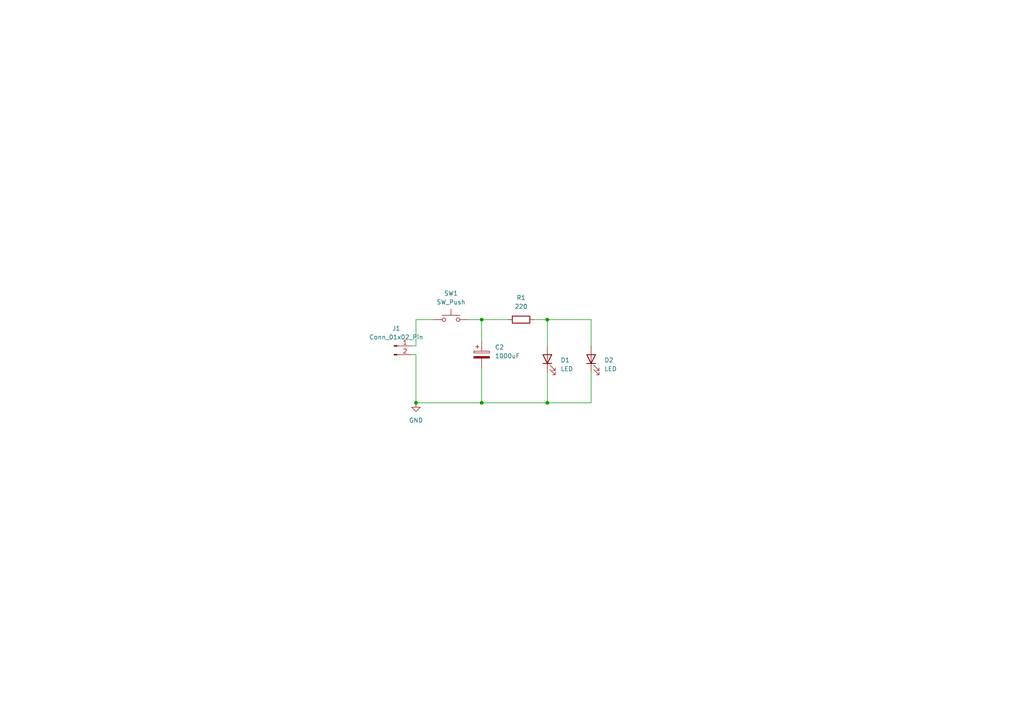
<source format=kicad_sch>
(kicad_sch
	(version 20250114)
	(generator "eeschema")
	(generator_version "9.0")
	(uuid "f9106baf-c339-45bb-b906-09fe24835348")
	(paper "A4")
	(title_block
		(title "TP1 Circuit RC simple led")
		(rev "1.0.0")
		(company "Jules Haag")
	)
	(lib_symbols
		(symbol "Connector:Conn_01x02_Pin"
			(pin_names
				(offset 1.016)
				(hide yes)
			)
			(exclude_from_sim no)
			(in_bom yes)
			(on_board yes)
			(property "Reference" "J"
				(at 0 2.54 0)
				(effects
					(font
						(size 1.27 1.27)
					)
				)
			)
			(property "Value" "Conn_01x02_Pin"
				(at 0 -5.08 0)
				(effects
					(font
						(size 1.27 1.27)
					)
				)
			)
			(property "Footprint" ""
				(at 0 0 0)
				(effects
					(font
						(size 1.27 1.27)
					)
					(hide yes)
				)
			)
			(property "Datasheet" "~"
				(at 0 0 0)
				(effects
					(font
						(size 1.27 1.27)
					)
					(hide yes)
				)
			)
			(property "Description" "Generic connector, single row, 01x02, script generated"
				(at 0 0 0)
				(effects
					(font
						(size 1.27 1.27)
					)
					(hide yes)
				)
			)
			(property "ki_locked" ""
				(at 0 0 0)
				(effects
					(font
						(size 1.27 1.27)
					)
				)
			)
			(property "ki_keywords" "connector"
				(at 0 0 0)
				(effects
					(font
						(size 1.27 1.27)
					)
					(hide yes)
				)
			)
			(property "ki_fp_filters" "Connector*:*_1x??_*"
				(at 0 0 0)
				(effects
					(font
						(size 1.27 1.27)
					)
					(hide yes)
				)
			)
			(symbol "Conn_01x02_Pin_1_1"
				(rectangle
					(start 0.8636 0.127)
					(end 0 -0.127)
					(stroke
						(width 0.1524)
						(type default)
					)
					(fill
						(type outline)
					)
				)
				(rectangle
					(start 0.8636 -2.413)
					(end 0 -2.667)
					(stroke
						(width 0.1524)
						(type default)
					)
					(fill
						(type outline)
					)
				)
				(polyline
					(pts
						(xy 1.27 0) (xy 0.8636 0)
					)
					(stroke
						(width 0.1524)
						(type default)
					)
					(fill
						(type none)
					)
				)
				(polyline
					(pts
						(xy 1.27 -2.54) (xy 0.8636 -2.54)
					)
					(stroke
						(width 0.1524)
						(type default)
					)
					(fill
						(type none)
					)
				)
				(pin passive line
					(at 5.08 0 180)
					(length 3.81)
					(name "Pin_1"
						(effects
							(font
								(size 1.27 1.27)
							)
						)
					)
					(number "1"
						(effects
							(font
								(size 1.27 1.27)
							)
						)
					)
				)
				(pin passive line
					(at 5.08 -2.54 180)
					(length 3.81)
					(name "Pin_2"
						(effects
							(font
								(size 1.27 1.27)
							)
						)
					)
					(number "2"
						(effects
							(font
								(size 1.27 1.27)
							)
						)
					)
				)
			)
			(embedded_fonts no)
		)
		(symbol "Device:C_Polarized"
			(pin_numbers
				(hide yes)
			)
			(pin_names
				(offset 0.254)
			)
			(exclude_from_sim no)
			(in_bom yes)
			(on_board yes)
			(property "Reference" "C"
				(at 0.635 2.54 0)
				(effects
					(font
						(size 1.27 1.27)
					)
					(justify left)
				)
			)
			(property "Value" "C_Polarized"
				(at 0.635 -2.54 0)
				(effects
					(font
						(size 1.27 1.27)
					)
					(justify left)
				)
			)
			(property "Footprint" ""
				(at 0.9652 -3.81 0)
				(effects
					(font
						(size 1.27 1.27)
					)
					(hide yes)
				)
			)
			(property "Datasheet" "~"
				(at 0 0 0)
				(effects
					(font
						(size 1.27 1.27)
					)
					(hide yes)
				)
			)
			(property "Description" "Polarized capacitor"
				(at 0 0 0)
				(effects
					(font
						(size 1.27 1.27)
					)
					(hide yes)
				)
			)
			(property "ki_keywords" "cap capacitor"
				(at 0 0 0)
				(effects
					(font
						(size 1.27 1.27)
					)
					(hide yes)
				)
			)
			(property "ki_fp_filters" "CP_*"
				(at 0 0 0)
				(effects
					(font
						(size 1.27 1.27)
					)
					(hide yes)
				)
			)
			(symbol "C_Polarized_0_1"
				(rectangle
					(start -2.286 0.508)
					(end 2.286 1.016)
					(stroke
						(width 0)
						(type default)
					)
					(fill
						(type none)
					)
				)
				(polyline
					(pts
						(xy -1.778 2.286) (xy -0.762 2.286)
					)
					(stroke
						(width 0)
						(type default)
					)
					(fill
						(type none)
					)
				)
				(polyline
					(pts
						(xy -1.27 2.794) (xy -1.27 1.778)
					)
					(stroke
						(width 0)
						(type default)
					)
					(fill
						(type none)
					)
				)
				(rectangle
					(start 2.286 -0.508)
					(end -2.286 -1.016)
					(stroke
						(width 0)
						(type default)
					)
					(fill
						(type outline)
					)
				)
			)
			(symbol "C_Polarized_1_1"
				(pin passive line
					(at 0 3.81 270)
					(length 2.794)
					(name "~"
						(effects
							(font
								(size 1.27 1.27)
							)
						)
					)
					(number "1"
						(effects
							(font
								(size 1.27 1.27)
							)
						)
					)
				)
				(pin passive line
					(at 0 -3.81 90)
					(length 2.794)
					(name "~"
						(effects
							(font
								(size 1.27 1.27)
							)
						)
					)
					(number "2"
						(effects
							(font
								(size 1.27 1.27)
							)
						)
					)
				)
			)
			(embedded_fonts no)
		)
		(symbol "Device:LED"
			(pin_numbers
				(hide yes)
			)
			(pin_names
				(offset 1.016)
				(hide yes)
			)
			(exclude_from_sim no)
			(in_bom yes)
			(on_board yes)
			(property "Reference" "D"
				(at 0 2.54 0)
				(effects
					(font
						(size 1.27 1.27)
					)
				)
			)
			(property "Value" "LED"
				(at 0 -2.54 0)
				(effects
					(font
						(size 1.27 1.27)
					)
				)
			)
			(property "Footprint" ""
				(at 0 0 0)
				(effects
					(font
						(size 1.27 1.27)
					)
					(hide yes)
				)
			)
			(property "Datasheet" "~"
				(at 0 0 0)
				(effects
					(font
						(size 1.27 1.27)
					)
					(hide yes)
				)
			)
			(property "Description" "Light emitting diode"
				(at 0 0 0)
				(effects
					(font
						(size 1.27 1.27)
					)
					(hide yes)
				)
			)
			(property "ki_keywords" "LED diode"
				(at 0 0 0)
				(effects
					(font
						(size 1.27 1.27)
					)
					(hide yes)
				)
			)
			(property "ki_fp_filters" "LED* LED_SMD:* LED_THT:*"
				(at 0 0 0)
				(effects
					(font
						(size 1.27 1.27)
					)
					(hide yes)
				)
			)
			(symbol "LED_0_1"
				(polyline
					(pts
						(xy -3.048 -0.762) (xy -4.572 -2.286) (xy -3.81 -2.286) (xy -4.572 -2.286) (xy -4.572 -1.524)
					)
					(stroke
						(width 0)
						(type default)
					)
					(fill
						(type none)
					)
				)
				(polyline
					(pts
						(xy -1.778 -0.762) (xy -3.302 -2.286) (xy -2.54 -2.286) (xy -3.302 -2.286) (xy -3.302 -1.524)
					)
					(stroke
						(width 0)
						(type default)
					)
					(fill
						(type none)
					)
				)
				(polyline
					(pts
						(xy -1.27 0) (xy 1.27 0)
					)
					(stroke
						(width 0)
						(type default)
					)
					(fill
						(type none)
					)
				)
				(polyline
					(pts
						(xy -1.27 -1.27) (xy -1.27 1.27)
					)
					(stroke
						(width 0.254)
						(type default)
					)
					(fill
						(type none)
					)
				)
				(polyline
					(pts
						(xy 1.27 -1.27) (xy 1.27 1.27) (xy -1.27 0) (xy 1.27 -1.27)
					)
					(stroke
						(width 0.254)
						(type default)
					)
					(fill
						(type none)
					)
				)
			)
			(symbol "LED_1_1"
				(pin passive line
					(at -3.81 0 0)
					(length 2.54)
					(name "K"
						(effects
							(font
								(size 1.27 1.27)
							)
						)
					)
					(number "1"
						(effects
							(font
								(size 1.27 1.27)
							)
						)
					)
				)
				(pin passive line
					(at 3.81 0 180)
					(length 2.54)
					(name "A"
						(effects
							(font
								(size 1.27 1.27)
							)
						)
					)
					(number "2"
						(effects
							(font
								(size 1.27 1.27)
							)
						)
					)
				)
			)
			(embedded_fonts no)
		)
		(symbol "Device:R"
			(pin_numbers
				(hide yes)
			)
			(pin_names
				(offset 0)
			)
			(exclude_from_sim no)
			(in_bom yes)
			(on_board yes)
			(property "Reference" "R"
				(at 2.032 0 90)
				(effects
					(font
						(size 1.27 1.27)
					)
				)
			)
			(property "Value" "R"
				(at 0 0 90)
				(effects
					(font
						(size 1.27 1.27)
					)
				)
			)
			(property "Footprint" ""
				(at -1.778 0 90)
				(effects
					(font
						(size 1.27 1.27)
					)
					(hide yes)
				)
			)
			(property "Datasheet" "~"
				(at 0 0 0)
				(effects
					(font
						(size 1.27 1.27)
					)
					(hide yes)
				)
			)
			(property "Description" "Resistor"
				(at 0 0 0)
				(effects
					(font
						(size 1.27 1.27)
					)
					(hide yes)
				)
			)
			(property "ki_keywords" "R res resistor"
				(at 0 0 0)
				(effects
					(font
						(size 1.27 1.27)
					)
					(hide yes)
				)
			)
			(property "ki_fp_filters" "R_*"
				(at 0 0 0)
				(effects
					(font
						(size 1.27 1.27)
					)
					(hide yes)
				)
			)
			(symbol "R_0_1"
				(rectangle
					(start -1.016 -2.54)
					(end 1.016 2.54)
					(stroke
						(width 0.254)
						(type default)
					)
					(fill
						(type none)
					)
				)
			)
			(symbol "R_1_1"
				(pin passive line
					(at 0 3.81 270)
					(length 1.27)
					(name "~"
						(effects
							(font
								(size 1.27 1.27)
							)
						)
					)
					(number "1"
						(effects
							(font
								(size 1.27 1.27)
							)
						)
					)
				)
				(pin passive line
					(at 0 -3.81 90)
					(length 1.27)
					(name "~"
						(effects
							(font
								(size 1.27 1.27)
							)
						)
					)
					(number "2"
						(effects
							(font
								(size 1.27 1.27)
							)
						)
					)
				)
			)
			(embedded_fonts no)
		)
		(symbol "Switch:SW_Push"
			(pin_numbers
				(hide yes)
			)
			(pin_names
				(offset 1.016)
				(hide yes)
			)
			(exclude_from_sim no)
			(in_bom yes)
			(on_board yes)
			(property "Reference" "SW"
				(at 1.27 2.54 0)
				(effects
					(font
						(size 1.27 1.27)
					)
					(justify left)
				)
			)
			(property "Value" "SW_Push"
				(at 0 -1.524 0)
				(effects
					(font
						(size 1.27 1.27)
					)
				)
			)
			(property "Footprint" ""
				(at 0 5.08 0)
				(effects
					(font
						(size 1.27 1.27)
					)
					(hide yes)
				)
			)
			(property "Datasheet" "~"
				(at 0 5.08 0)
				(effects
					(font
						(size 1.27 1.27)
					)
					(hide yes)
				)
			)
			(property "Description" "Push button switch, generic, two pins"
				(at 0 0 0)
				(effects
					(font
						(size 1.27 1.27)
					)
					(hide yes)
				)
			)
			(property "ki_keywords" "switch normally-open pushbutton push-button"
				(at 0 0 0)
				(effects
					(font
						(size 1.27 1.27)
					)
					(hide yes)
				)
			)
			(symbol "SW_Push_0_1"
				(circle
					(center -2.032 0)
					(radius 0.508)
					(stroke
						(width 0)
						(type default)
					)
					(fill
						(type none)
					)
				)
				(polyline
					(pts
						(xy 0 1.27) (xy 0 3.048)
					)
					(stroke
						(width 0)
						(type default)
					)
					(fill
						(type none)
					)
				)
				(circle
					(center 2.032 0)
					(radius 0.508)
					(stroke
						(width 0)
						(type default)
					)
					(fill
						(type none)
					)
				)
				(polyline
					(pts
						(xy 2.54 1.27) (xy -2.54 1.27)
					)
					(stroke
						(width 0)
						(type default)
					)
					(fill
						(type none)
					)
				)
				(pin passive line
					(at -5.08 0 0)
					(length 2.54)
					(name "1"
						(effects
							(font
								(size 1.27 1.27)
							)
						)
					)
					(number "1"
						(effects
							(font
								(size 1.27 1.27)
							)
						)
					)
				)
				(pin passive line
					(at 5.08 0 180)
					(length 2.54)
					(name "2"
						(effects
							(font
								(size 1.27 1.27)
							)
						)
					)
					(number "2"
						(effects
							(font
								(size 1.27 1.27)
							)
						)
					)
				)
			)
			(embedded_fonts no)
		)
		(symbol "power:GND"
			(power)
			(pin_numbers
				(hide yes)
			)
			(pin_names
				(offset 0)
				(hide yes)
			)
			(exclude_from_sim no)
			(in_bom yes)
			(on_board yes)
			(property "Reference" "#PWR"
				(at 0 -6.35 0)
				(effects
					(font
						(size 1.27 1.27)
					)
					(hide yes)
				)
			)
			(property "Value" "GND"
				(at 0 -3.81 0)
				(effects
					(font
						(size 1.27 1.27)
					)
				)
			)
			(property "Footprint" ""
				(at 0 0 0)
				(effects
					(font
						(size 1.27 1.27)
					)
					(hide yes)
				)
			)
			(property "Datasheet" ""
				(at 0 0 0)
				(effects
					(font
						(size 1.27 1.27)
					)
					(hide yes)
				)
			)
			(property "Description" "Power symbol creates a global label with name \"GND\" , ground"
				(at 0 0 0)
				(effects
					(font
						(size 1.27 1.27)
					)
					(hide yes)
				)
			)
			(property "ki_keywords" "global power"
				(at 0 0 0)
				(effects
					(font
						(size 1.27 1.27)
					)
					(hide yes)
				)
			)
			(symbol "GND_0_1"
				(polyline
					(pts
						(xy 0 0) (xy 0 -1.27) (xy 1.27 -1.27) (xy 0 -2.54) (xy -1.27 -1.27) (xy 0 -1.27)
					)
					(stroke
						(width 0)
						(type default)
					)
					(fill
						(type none)
					)
				)
			)
			(symbol "GND_1_1"
				(pin power_in line
					(at 0 0 270)
					(length 0)
					(name "~"
						(effects
							(font
								(size 1.27 1.27)
							)
						)
					)
					(number "1"
						(effects
							(font
								(size 1.27 1.27)
							)
						)
					)
				)
			)
			(embedded_fonts no)
		)
	)
	(junction
		(at 139.7 116.84)
		(diameter 0)
		(color 0 0 0 0)
		(uuid "268bbceb-1063-486f-b817-40fad775733e")
	)
	(junction
		(at 158.75 116.84)
		(diameter 0)
		(color 0 0 0 0)
		(uuid "45e10cda-270d-410c-b29a-17b0e557c8ca")
	)
	(junction
		(at 139.7 92.71)
		(diameter 0)
		(color 0 0 0 0)
		(uuid "74c06fd2-eb75-4df8-8d09-91c59934f257")
	)
	(junction
		(at 158.75 92.71)
		(diameter 0)
		(color 0 0 0 0)
		(uuid "7dfc333a-2a1b-4f52-a1aa-31572904df44")
	)
	(junction
		(at 120.65 116.84)
		(diameter 0)
		(color 0 0 0 0)
		(uuid "b7408702-c7db-4a80-afff-75dfe731b18d")
	)
	(wire
		(pts
			(xy 119.38 102.87) (xy 120.65 102.87)
		)
		(stroke
			(width 0)
			(type default)
		)
		(uuid "04fb404c-68a4-46c2-a4c2-a3df724b72b8")
	)
	(wire
		(pts
			(xy 171.45 116.84) (xy 158.75 116.84)
		)
		(stroke
			(width 0)
			(type default)
		)
		(uuid "0cafd2b6-3af2-4bb7-9ee9-36b1ca807e48")
	)
	(wire
		(pts
			(xy 135.89 92.71) (xy 139.7 92.71)
		)
		(stroke
			(width 0)
			(type default)
		)
		(uuid "1fd4a807-a027-42fa-ab05-b319e5875b42")
	)
	(wire
		(pts
			(xy 158.75 92.71) (xy 171.45 92.71)
		)
		(stroke
			(width 0)
			(type default)
		)
		(uuid "261e7bc2-1b2f-4a7c-9ed2-f7f53e9e342a")
	)
	(wire
		(pts
			(xy 120.65 102.87) (xy 120.65 116.84)
		)
		(stroke
			(width 0)
			(type default)
		)
		(uuid "592e88ae-fead-4414-accd-46430afbc0cf")
	)
	(wire
		(pts
			(xy 120.65 92.71) (xy 125.73 92.71)
		)
		(stroke
			(width 0)
			(type default)
		)
		(uuid "592ec5ba-0d7e-4913-86bb-22a36ef90f26")
	)
	(wire
		(pts
			(xy 171.45 107.95) (xy 171.45 116.84)
		)
		(stroke
			(width 0)
			(type default)
		)
		(uuid "73f3e124-9c63-43cd-8b34-8d3733c72629")
	)
	(wire
		(pts
			(xy 139.7 92.71) (xy 147.32 92.71)
		)
		(stroke
			(width 0)
			(type default)
		)
		(uuid "759c7b38-5c9c-424b-b54d-a9e044b4b390")
	)
	(wire
		(pts
			(xy 139.7 106.68) (xy 139.7 116.84)
		)
		(stroke
			(width 0)
			(type default)
		)
		(uuid "80430332-3e02-4f71-a182-53b1ab77fc47")
	)
	(wire
		(pts
			(xy 158.75 100.33) (xy 158.75 92.71)
		)
		(stroke
			(width 0)
			(type default)
		)
		(uuid "abd892ce-26a4-456d-ab60-0eff6eda10ef")
	)
	(wire
		(pts
			(xy 119.38 100.33) (xy 120.65 100.33)
		)
		(stroke
			(width 0)
			(type default)
		)
		(uuid "b872b845-f8ee-4bd0-841c-6223875b9c9d")
	)
	(wire
		(pts
			(xy 171.45 100.33) (xy 171.45 92.71)
		)
		(stroke
			(width 0)
			(type default)
		)
		(uuid "c26c0fbf-d6ea-4c55-83af-26275ed3a93c")
	)
	(wire
		(pts
			(xy 154.94 92.71) (xy 158.75 92.71)
		)
		(stroke
			(width 0)
			(type default)
		)
		(uuid "cdbe0ebd-dc70-432f-ad8a-e28779855667")
	)
	(wire
		(pts
			(xy 139.7 116.84) (xy 158.75 116.84)
		)
		(stroke
			(width 0)
			(type default)
		)
		(uuid "cdfe28fc-c801-426d-9a8c-9894c2f7cd27")
	)
	(wire
		(pts
			(xy 158.75 107.95) (xy 158.75 116.84)
		)
		(stroke
			(width 0)
			(type default)
		)
		(uuid "dea8036e-42aa-47df-ba02-653e95cb2730")
	)
	(wire
		(pts
			(xy 120.65 100.33) (xy 120.65 92.71)
		)
		(stroke
			(width 0)
			(type default)
		)
		(uuid "e5147031-8f1a-40cc-85c8-4307b377ca3e")
	)
	(wire
		(pts
			(xy 139.7 99.06) (xy 139.7 92.71)
		)
		(stroke
			(width 0)
			(type default)
		)
		(uuid "ede606ef-6420-468e-b10d-d79e8ecb9535")
	)
	(wire
		(pts
			(xy 120.65 116.84) (xy 139.7 116.84)
		)
		(stroke
			(width 0)
			(type default)
		)
		(uuid "f271563b-9ef2-4e5e-a6a6-1a80b25e33f9")
	)
	(symbol
		(lib_id "Device:C_Polarized")
		(at 139.7 102.87 0)
		(unit 1)
		(exclude_from_sim no)
		(in_bom yes)
		(on_board yes)
		(dnp no)
		(fields_autoplaced yes)
		(uuid "0ecbb6b2-4b87-4144-8fb0-cea696aa2dc3")
		(property "Reference" "C2"
			(at 143.51 100.7109 0)
			(effects
				(font
					(size 1.27 1.27)
				)
				(justify left)
			)
		)
		(property "Value" "1000uF"
			(at 143.51 103.2509 0)
			(effects
				(font
					(size 1.27 1.27)
				)
				(justify left)
			)
		)
		(property "Footprint" "Capacitor_THT:CP_Radial_D13.0mm_P7.50mm"
			(at 140.6652 106.68 0)
			(effects
				(font
					(size 1.27 1.27)
				)
				(hide yes)
			)
		)
		(property "Datasheet" "~"
			(at 139.7 102.87 0)
			(effects
				(font
					(size 1.27 1.27)
				)
				(hide yes)
			)
		)
		(property "Description" "Polarized capacitor"
			(at 139.7 102.87 0)
			(effects
				(font
					(size 1.27 1.27)
				)
				(hide yes)
			)
		)
		(pin "2"
			(uuid "0ef14d49-4447-420d-93db-33027201fc69")
		)
		(pin "1"
			(uuid "b559a8a1-cb74-45c6-a26d-145f9866ce51")
		)
		(instances
			(project ""
				(path "/f9106baf-c339-45bb-b906-09fe24835348"
					(reference "C2")
					(unit 1)
				)
			)
		)
	)
	(symbol
		(lib_id "Device:LED")
		(at 158.75 104.14 90)
		(unit 1)
		(exclude_from_sim no)
		(in_bom yes)
		(on_board yes)
		(dnp no)
		(uuid "5c706b8f-97aa-411e-bf13-4d8d269a8824")
		(property "Reference" "D1"
			(at 162.56 104.4574 90)
			(effects
				(font
					(size 1.27 1.27)
				)
				(justify right)
			)
		)
		(property "Value" "LED"
			(at 162.56 106.9974 90)
			(effects
				(font
					(size 1.27 1.27)
				)
				(justify right)
			)
		)
		(property "Footprint" "LED_THT:LED_D5.0mm"
			(at 158.75 104.14 0)
			(effects
				(font
					(size 1.27 1.27)
				)
				(hide yes)
			)
		)
		(property "Datasheet" "~"
			(at 158.75 104.14 0)
			(effects
				(font
					(size 1.27 1.27)
				)
				(hide yes)
			)
		)
		(property "Description" "Light emitting diode"
			(at 158.75 104.14 0)
			(effects
				(font
					(size 1.27 1.27)
				)
				(hide yes)
			)
		)
		(pin "2"
			(uuid "761ac8df-2c7a-4d51-98f7-8a352e81a483")
		)
		(pin "1"
			(uuid "afe49a07-5c13-4bc3-829f-6abbea3ab08c")
		)
		(instances
			(project ""
				(path "/f9106baf-c339-45bb-b906-09fe24835348"
					(reference "D1")
					(unit 1)
				)
			)
		)
	)
	(symbol
		(lib_id "Connector:Conn_01x02_Pin")
		(at 114.3 100.33 0)
		(unit 1)
		(exclude_from_sim no)
		(in_bom yes)
		(on_board yes)
		(dnp no)
		(fields_autoplaced yes)
		(uuid "7517afb7-ea6e-450d-b1c2-c9654f1d7da2")
		(property "Reference" "J1"
			(at 114.935 95.25 0)
			(effects
				(font
					(size 1.27 1.27)
				)
			)
		)
		(property "Value" "Conn_01x02_Pin"
			(at 114.935 97.79 0)
			(effects
				(font
					(size 1.27 1.27)
				)
			)
		)
		(property "Footprint" "TerminalBlock_MetzConnect:TerminalBlock_MetzConnect_Type094_RT03502HBLU_1x02_P5.00mm_Horizontal"
			(at 114.3 100.33 0)
			(effects
				(font
					(size 1.27 1.27)
				)
				(hide yes)
			)
		)
		(property "Datasheet" "~"
			(at 114.3 100.33 0)
			(effects
				(font
					(size 1.27 1.27)
				)
				(hide yes)
			)
		)
		(property "Description" "Generic connector, single row, 01x02, script generated"
			(at 114.3 100.33 0)
			(effects
				(font
					(size 1.27 1.27)
				)
				(hide yes)
			)
		)
		(pin "1"
			(uuid "cdcf3632-a065-4c07-9145-0bd0a0332986")
		)
		(pin "2"
			(uuid "bbb3eed4-3329-4e42-a1a0-28d04f26cb37")
		)
		(instances
			(project ""
				(path "/f9106baf-c339-45bb-b906-09fe24835348"
					(reference "J1")
					(unit 1)
				)
			)
		)
	)
	(symbol
		(lib_id "Device:R")
		(at 151.13 92.71 90)
		(unit 1)
		(exclude_from_sim no)
		(in_bom yes)
		(on_board yes)
		(dnp no)
		(fields_autoplaced yes)
		(uuid "adf69213-55fa-4d8c-a348-0fbf20be8290")
		(property "Reference" "R1"
			(at 151.13 86.36 90)
			(effects
				(font
					(size 1.27 1.27)
				)
			)
		)
		(property "Value" "220"
			(at 151.13 88.9 90)
			(effects
				(font
					(size 1.27 1.27)
				)
			)
		)
		(property "Footprint" "Resistor_THT:R_Axial_DIN0414_L11.9mm_D4.5mm_P15.24mm_Horizontal"
			(at 151.13 94.488 90)
			(effects
				(font
					(size 1.27 1.27)
				)
				(hide yes)
			)
		)
		(property "Datasheet" "~"
			(at 151.13 92.71 0)
			(effects
				(font
					(size 1.27 1.27)
				)
				(hide yes)
			)
		)
		(property "Description" "Resistor"
			(at 151.13 92.71 0)
			(effects
				(font
					(size 1.27 1.27)
				)
				(hide yes)
			)
		)
		(pin "1"
			(uuid "e9ae7026-b105-48c2-b00f-776a09d29650")
		)
		(pin "2"
			(uuid "6b5bebc5-e253-4746-ac7a-46ecddac8fb5")
		)
		(instances
			(project ""
				(path "/f9106baf-c339-45bb-b906-09fe24835348"
					(reference "R1")
					(unit 1)
				)
			)
		)
	)
	(symbol
		(lib_id "Switch:SW_Push")
		(at 130.81 92.71 0)
		(unit 1)
		(exclude_from_sim no)
		(in_bom yes)
		(on_board yes)
		(dnp no)
		(fields_autoplaced yes)
		(uuid "c062356c-9da8-4256-91d2-d400d7c3182a")
		(property "Reference" "SW1"
			(at 130.81 85.09 0)
			(effects
				(font
					(size 1.27 1.27)
				)
			)
		)
		(property "Value" "SW_Push"
			(at 130.81 87.63 0)
			(effects
				(font
					(size 1.27 1.27)
				)
			)
		)
		(property "Footprint" "Button_Switch_THT:SW_PUSH_6mm_H7.3mm"
			(at 130.81 87.63 0)
			(effects
				(font
					(size 1.27 1.27)
				)
				(hide yes)
			)
		)
		(property "Datasheet" "~"
			(at 130.81 87.63 0)
			(effects
				(font
					(size 1.27 1.27)
				)
				(hide yes)
			)
		)
		(property "Description" "Push button switch, generic, two pins"
			(at 130.81 92.71 0)
			(effects
				(font
					(size 1.27 1.27)
				)
				(hide yes)
			)
		)
		(pin "1"
			(uuid "d2151b65-a521-4e67-acb1-be78a75c4146")
		)
		(pin "2"
			(uuid "ab7c3770-3cdc-465f-9b36-64c49dba7e8e")
		)
		(instances
			(project ""
				(path "/f9106baf-c339-45bb-b906-09fe24835348"
					(reference "SW1")
					(unit 1)
				)
			)
		)
	)
	(symbol
		(lib_id "power:GND")
		(at 120.65 116.84 0)
		(unit 1)
		(exclude_from_sim no)
		(in_bom yes)
		(on_board yes)
		(dnp no)
		(fields_autoplaced yes)
		(uuid "daaa3a0f-d9b6-41a8-a529-4431d8db67d5")
		(property "Reference" "#PWR1"
			(at 120.65 123.19 0)
			(effects
				(font
					(size 1.27 1.27)
				)
				(hide yes)
			)
		)
		(property "Value" "GND"
			(at 120.65 121.92 0)
			(effects
				(font
					(size 1.27 1.27)
				)
			)
		)
		(property "Footprint" ""
			(at 120.65 116.84 0)
			(effects
				(font
					(size 1.27 1.27)
				)
				(hide yes)
			)
		)
		(property "Datasheet" ""
			(at 120.65 116.84 0)
			(effects
				(font
					(size 1.27 1.27)
				)
				(hide yes)
			)
		)
		(property "Description" "Power symbol creates a global label with name \"GND\" , ground"
			(at 120.65 116.84 0)
			(effects
				(font
					(size 1.27 1.27)
				)
				(hide yes)
			)
		)
		(pin "1"
			(uuid "904bab27-3cfd-47f8-81d6-53b547e45a16")
		)
		(instances
			(project ""
				(path "/f9106baf-c339-45bb-b906-09fe24835348"
					(reference "#PWR1")
					(unit 1)
				)
			)
		)
	)
	(symbol
		(lib_id "Device:LED")
		(at 171.45 104.14 90)
		(unit 1)
		(exclude_from_sim no)
		(in_bom yes)
		(on_board yes)
		(dnp no)
		(uuid "fc05bc35-c7c5-433c-8332-1dfe33953d9f")
		(property "Reference" "D2"
			(at 175.26 104.4574 90)
			(effects
				(font
					(size 1.27 1.27)
				)
				(justify right)
			)
		)
		(property "Value" "LED"
			(at 175.26 106.9974 90)
			(effects
				(font
					(size 1.27 1.27)
				)
				(justify right)
			)
		)
		(property "Footprint" "LED_THT:LED_D5.0mm"
			(at 171.45 104.14 0)
			(effects
				(font
					(size 1.27 1.27)
				)
				(hide yes)
			)
		)
		(property "Datasheet" "~"
			(at 171.45 104.14 0)
			(effects
				(font
					(size 1.27 1.27)
				)
				(hide yes)
			)
		)
		(property "Description" "Light emitting diode"
			(at 171.45 104.14 0)
			(effects
				(font
					(size 1.27 1.27)
				)
				(hide yes)
			)
		)
		(pin "2"
			(uuid "508ee5ef-3f0e-4ec5-b6b8-3681ea05e0a7")
		)
		(pin "1"
			(uuid "69f917d6-eebd-45a3-882e-12df2dd1ca7e")
		)
		(instances
			(project "capacitor"
				(path "/f9106baf-c339-45bb-b906-09fe24835348"
					(reference "D2")
					(unit 1)
				)
			)
		)
	)
	(sheet_instances
		(path "/"
			(page "1")
		)
	)
	(embedded_fonts no)
)

</source>
